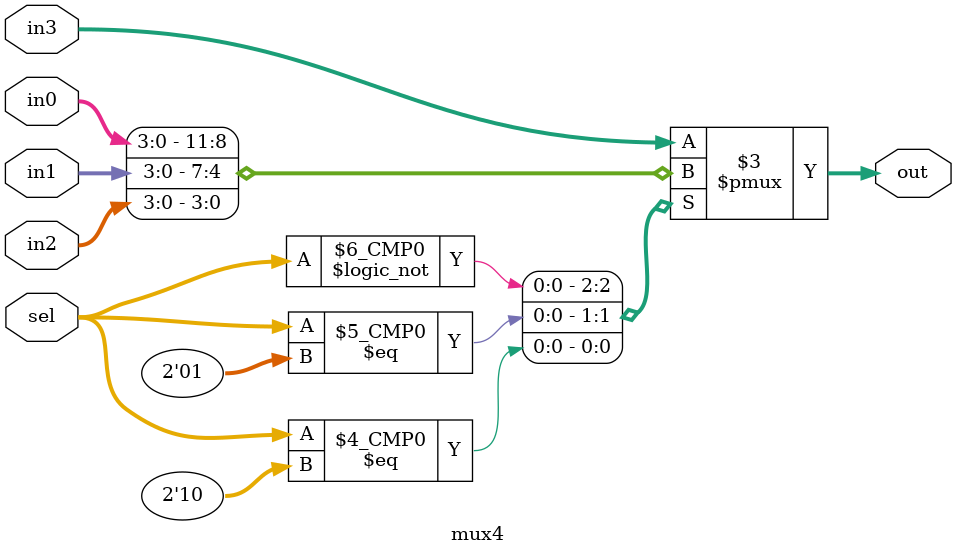
<source format=sv>
`timescale 1ns / 1ps
module mux4 #(parameter N =4)(
    input [N-1:0] in0, in1, in2, in3,
    input [1:0] sel,
    output reg [3:0] out
     );
     
     always @*
        case(sel)
        0: out = in0;
        1: out = in1;
        2: out = in2;
        default: out = in3;
        endcase 
endmodule

</source>
